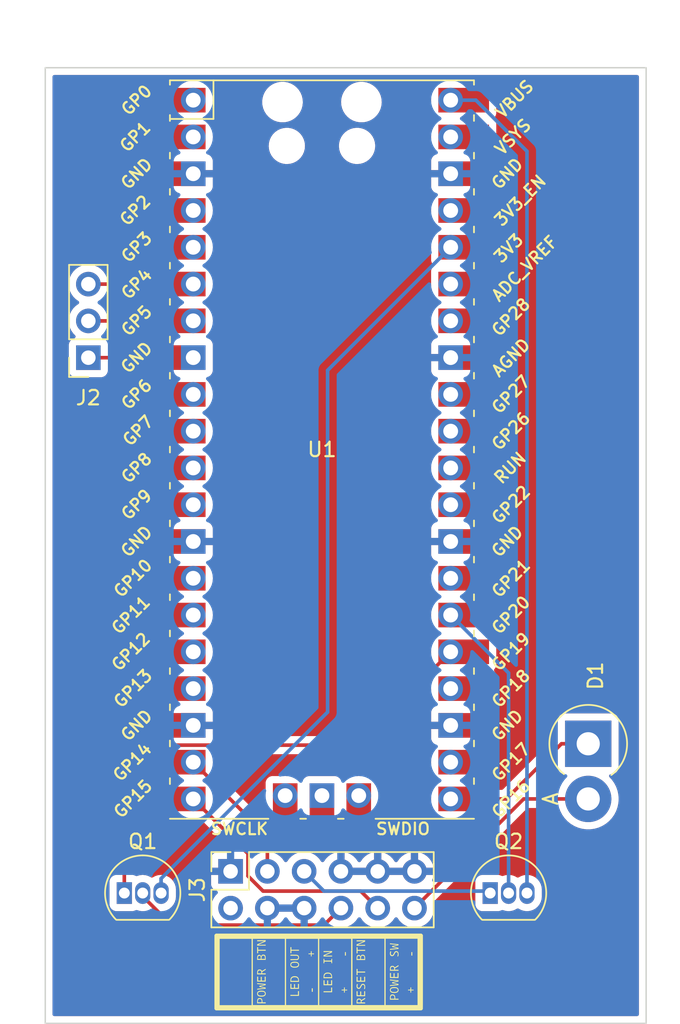
<source format=kicad_pcb>
(kicad_pcb (version 20221018) (generator pcbnew)
  (layers (0 "F.Cu" signal) (31 "B.Cu" signal) (34 "B.Paste" user) (35 "F.Paste" user) (36 "B.SilkS" user "B.Silkscreen") (37 "F.SilkS" user "F.Silkscreen") (38 "B.Mask" user) (39 "F.Mask" user) (44 "Edge.Cuts" user))
  (net 0 "")
  (net 1 "Net-(D1-K)")
  (net 2 "Net-(D1-A)")
  (net 3 "Net-(U1-GPIO15)")
  (net 4 "GND")
  (net 5 "Net-(U1-GPIO14)")
  (net 7 "Net-(J3-LED_OUT_+)")
  (net 8 "Net-(J3-LED_IN_+)")
  (net 9 "Net-(J2-TX)")
  (net 10 "Net-(J2-RX)")
  (net 11 "Net-(J2-GND)")
  (net 12 "Net-(Q1-C)")
  (net 13 "+3V3")
  (net 14 "Net-(Q2-B)")
  (net 15 "+5V")
  (footprint "Connector_PinSocket_2.54mm:PinSocket_2x06_P2.54mm_Vertical" (layer "F.Cu") (at 137.3 114 90)
    (fp_text reference "J3" (at -1.27 -2.3 90) (layer "F.SilkS"))
    (fp_text value "Button_LED_InOut_Connector" hide)
    (pad "1" thru_hole rect (at 0 0 90) (size 1.7 1.7) (drill 1) (layers "*.Cu" "*.Mask") (net 4 "GND"))
    (pad "2" thru_hole oval (at -2.54 0 90) (size 1.7 1.7) (drill 1) (layers "*.Cu" "*.Mask"))
    (pad "3" thru_hole oval (at 0 2.54 90) (size 1.7 1.7) (drill 1) (layers "*.Cu" "*.Mask") (net 5 "Net-(U1-GPIO14)"))
    (pad "4" thru_hole oval (at -2.54 2.54 90) (size 1.7 1.7) (drill 1) (layers "*.Cu" "*.Mask") (net 4 "GND"))
    (pad "5" thru_hole oval (at 0 5.08 90) (size 1.7 1.7) (drill 1) (layers "*.Cu" "*.Mask") (net 7 "Net-(J3-LED_OUT_+)"))
    (pad "6" thru_hole oval (at -2.54 5.08 90) (size 1.7 1.7) (drill 1) (layers "*.Cu" "*.Mask") (net 4 "GND"))
    (pad "7" thru_hole oval (at 0 7.62 90) (size 1.7 1.7) (drill 1) (layers "*.Cu" "*.Mask") (net 4 "GND"))
    (pad "8" thru_hole oval (at -2.54 7.62 90) (size 1.7 1.7) (drill 1) (layers "*.Cu" "*.Mask") (net 8 "Net-(J3-LED_IN_+)"))
    (pad "9" thru_hole oval (at 0 10.16 90) (size 1.7 1.7) (drill 1) (layers "*.Cu" "*.Mask") (net 4 "GND"))
    (pad "10" thru_hole oval (at -2.54 10.16 90) (size 1.7 1.7) (drill 1) (layers "*.Cu" "*.Mask") (net 3 "Net-(U1-GPIO15)"))
    (pad "11" thru_hole oval (at 0 12.7 90) (size 1.7 1.7) (drill 1) (layers "*.Cu" "*.Mask") (net 4 "GND"))
    (pad "12" thru_hole oval (at -2.54 12.7 90) (size 1.7 1.7) (drill 1) (layers "*.Cu" "*.Mask") (net 2 "Net-(D1-A)"))
  )
  (footprint "MCU_RaspberryPi_and_Boards:RPi_Pico_SMD_TH" (layer "F.Cu") (at 143.61 84.87)
    (fp_text reference "U1" (at 0 0) (layer "F.SilkS"))
    (fp_text value "Pico")
    (fp_text user "GP2" (at -12.9 -16.51 45) (layer "F.SilkS") (effects (font (size 0.8 0.8))))
    (fp_text user "GP5" (at -12.8 -8.89 45) (layer "F.SilkS") (effects (font (size 0.8 0.8))))
    (fp_text user "GND" (at -12.8 -6.35 45) (layer "F.SilkS") (effects (font (size 0.8 0.8))))
    (fp_text user "VSYS" (at 13.2 -21.59 45) (layer "F.SilkS") (effects (font (size 0.8 0.8))))
    (fp_text user "GP4" (at -12.8 -11.43 45) (layer "F.SilkS") (effects (font (size 0.8 0.8))))
    (fp_text user "GP28" (at 13.054 -9.144 45) (layer "F.SilkS") (effects (font (size 0.8 0.8))))
    (fp_text user "GP13" (at -13.054 16.51 45) (layer "F.SilkS") (effects (font (size 0.8 0.8))))
    (fp_text user "GP0" (at -12.8 -24.13 45) (layer "F.SilkS") (effects (font (size 0.8 0.8))))
    (fp_text user "GP17" (at 13.054 21.59 45) (layer "F.SilkS") (effects (font (size 0.8 0.8))))
    (fp_text user "GND" (at -12.8 -19.05 45) (layer "F.SilkS") (effects (font (size 0.8 0.8))))
    (fp_text user "SWCLK" (at -5.7 26.2) (layer "F.SilkS") (effects (font (size 0.8 0.8))))
    (fp_text user "GP21" (at 13.054 8.9 45) (layer "F.SilkS") (effects (font (size 0.8 0.8))))
    (fp_text user "GND" (at 12.8 6.35 45) (layer "F.SilkS") (effects (font (size 0.8 0.8))))
    (fp_text user "GP27" (at 13.054 -3.8 45) (layer "F.SilkS") (effects (font (size 0.8 0.8))))
    (fp_text user "GP19" (at 13.054 13.97 45) (layer "F.SilkS") (effects (font (size 0.8 0.8))))
    (fp_text user "GP26" (at 13.054 -1.27 45) (layer "F.SilkS") (effects (font (size 0.8 0.8))))
    (fp_text user "GP3" (at -12.8 -13.97 45) (layer "F.SilkS") (effects (font (size 0.8 0.8))))
    (fp_text user "3V3" (at 12.9 -13.9 45) (layer "F.SilkS") (effects (font (size 0.8 0.8))))
    (fp_text user "GP7" (at -12.7 -1.3 45) (layer "F.SilkS") (effects (font (size 0.8 0.8))))
    (fp_text user "GP9" (at -12.8 3.81 45) (layer "F.SilkS") (effects (font (size 0.8 0.8))))
    (fp_text user "SWDIO" (at 5.6 26.2) (layer "F.SilkS") (effects (font (size 0.8 0.8))))
    (fp_text user "GP16" (at 13.054 24.13 45) (layer "F.SilkS") (effects (font (size 0.8 0.8))))
    (fp_text user "GND" (at 12.8 19.05 45) (layer "F.SilkS") (effects (font (size 0.8 0.8))))
    (fp_text user "GP22" (at 13.054 3.81 45) (layer "F.SilkS") (effects (font (size 0.8 0.8))))
    (fp_text user "AGND" (at 13.054 -6.35 45) (layer "F.SilkS") (effects (font (size 0.8 0.8))))
    (fp_text user "GND" (at 12.8 -19.05 45) (layer "F.SilkS") (effects (font (size 0.8 0.8))))
    (fp_text user "GP1" (at -12.9 -21.6 45) (layer "F.SilkS") (effects (font (size 0.8 0.8))))
    (fp_text user "RUN" (at 13 1.27 45) (layer "F.SilkS") (effects (font (size 0.8 0.8))))
    (fp_text user "GP14" (at -13.1 21.59 45) (layer "F.SilkS") (effects (font (size 0.8 0.8))))
    (fp_text user "GND" (at -12.8 6.35 45) (layer "F.SilkS") (effects (font (size 0.8 0.8))))
    (fp_text user "GP8" (at -12.8 1.27 45) (layer "F.SilkS") (effects (font (size 0.8 0.8))))
    (fp_text user "GP10" (at -13.054 8.89 45) (layer "F.SilkS") (effects (font (size 0.8 0.8))))
    (fp_text user "3V3_EN" (at 13.7 -17.2 45) (layer "F.SilkS") (effects (font (size 0.8 0.8))))
    (fp_text user "GP6" (at -12.8 -3.81 45) (layer "F.SilkS") (effects (font (size 0.8 0.8))))
    (fp_text user "VBUS" (at 13.3 -24.2 45) (layer "F.SilkS") (effects (font (size 0.8 0.8))))
    (fp_text user "ADC_VREF" (at 14 -12.5 45) (layer "F.SilkS") (effects (font (size 0.8 0.8))))
    (fp_text user "GP20" (at 13.054 11.43 45) (layer "F.SilkS") (effects (font (size 0.8 0.8))))
    (fp_text user "GP15" (at -13.054 24.13 45) (layer "F.SilkS") (effects (font (size 0.8 0.8))))
    (fp_text user "GP18" (at 13.054 16.51 45) (layer "F.SilkS") (effects (font (size 0.8 0.8))))
    (fp_text user "GP12" (at -13.2 13.97 45) (layer "F.SilkS") (effects (font (size 0.8 0.8))))
    (fp_text user "GND" (at -12.8 19.05 45) (layer "F.SilkS") (effects (font (size 0.8 0.8))))
    (fp_text user "GP11" (at -13.2 11.43 45) (layer "F.SilkS") (effects (font (size 0.8 0.8))))
    (pad "" np_thru_hole oval (at -2.725 -24) (size 1.8 1.8) (drill 1.8) (layers "*.Cu" "*.Mask"))
    (pad "" np_thru_hole oval (at -2.425 -20.97) (size 1.5 1.5) (drill 1.5) (layers "*.Cu" "*.Mask"))
    (pad "" np_thru_hole oval (at 2.425 -20.97) (size 1.5 1.5) (drill 1.5) (layers "*.Cu" "*.Mask"))
    (pad "" np_thru_hole oval (at 2.725 -24) (size 1.8 1.8) (drill 1.8) (layers "*.Cu" "*.Mask"))
    (pad "1" thru_hole oval (at -8.89 -24.13) (size 1.7 1.7) (drill 1.02) (layers "*.Cu" "*.Mask"))
    (pad "1" smd rect (at -8.89 -24.13) (size 3.5 1.7) (drill (offset -0.9 0)) (layers "F.Cu" "F.Mask"))
    (pad "2" thru_hole oval (at -8.89 -21.59) (size 1.7 1.7) (drill 1.02) (layers "*.Cu" "*.Mask"))
    (pad "2" smd rect (at -8.89 -21.59) (size 3.5 1.7) (drill (offset -0.9 0)) (layers "F.Cu" "F.Mask"))
    (pad "3" thru_hole rect (at -8.89 -19.05) (size 1.7 1.7) (drill 1.02) (layers "*.Cu" "*.Mask") (net 4 "GND"))
    (pad "3" smd rect (at -8.89 -19.05) (size 3.5 1.7) (drill (offset -0.9 0)) (layers "F.Cu" "F.Mask") (net 4 "GND"))
    (pad "4" thru_hole oval (at -8.89 -16.51) (size 1.7 1.7) (drill 1.02) (layers "*.Cu" "*.Mask"))
    (pad "4" smd rect (at -8.89 -16.51) (size 3.5 1.7) (drill (offset -0.9 0)) (layers "F.Cu" "F.Mask"))
    (pad "5" thru_hole oval (at -8.89 -13.97) (size 1.7 1.7) (drill 1.02) (layers "*.Cu" "*.Mask"))
    (pad "5" smd rect (at -8.89 -13.97) (size 3.5 1.7) (drill (offset -0.9 0)) (layers "F.Cu" "F.Mask"))
    (pad "6" thru_hole oval (at -8.89 -11.43) (size 1.7 1.7) (drill 1.02) (layers "*.Cu" "*.Mask") (net 9 "Net-(J2-TX)"))
    (pad "6" smd rect (at -8.89 -11.43) (size 3.5 1.7) (drill (offset -0.9 0)) (layers "F.Cu" "F.Mask") (net 9 "Net-(J2-TX)"))
    (pad "7" thru_hole oval (at -8.89 -8.89) (size 1.7 1.7) (drill 1.02) (layers "*.Cu" "*.Mask") (net 10 "Net-(J2-RX)"))
    (pad "7" smd rect (at -8.89 -8.89) (size 3.5 1.7) (drill (offset -0.9 0)) (layers "F.Cu" "F.Mask") (net 10 "Net-(J2-RX)"))
    (pad "8" thru_hole rect (at -8.89 -6.35) (size 1.7 1.7) (drill 1.02) (layers "*.Cu" "*.Mask") (net 11 "Net-(J2-GND)"))
    (pad "8" smd rect (at -8.89 -6.35) (size 3.5 1.7) (drill (offset -0.9 0)) (layers "F.Cu" "F.Mask") (net 11 "Net-(J2-GND)"))
    (pad "9" thru_hole oval (at -8.89 -3.81) (size 1.7 1.7) (drill 1.02) (layers "*.Cu" "*.Mask"))
    (pad "9" smd rect (at -8.89 -3.81) (size 3.5 1.7) (drill (offset -0.9 0)) (layers "F.Cu" "F.Mask"))
    (pad "10" thru_hole oval (at -8.89 -1.27) (size 1.7 1.7) (drill 1.02) (layers "*.Cu" "*.Mask"))
    (pad "10" smd rect (at -8.89 -1.27) (size 3.5 1.7) (drill (offset -0.9 0)) (layers "F.Cu" "F.Mask"))
    (pad "11" thru_hole oval (at -8.89 1.27) (size 1.7 1.7) (drill 1.02) (layers "*.Cu" "*.Mask"))
    (pad "11" smd rect (at -8.89 1.27) (size 3.5 1.7) (drill (offset -0.9 0)) (layers "F.Cu" "F.Mask"))
    (pad "12" thru_hole oval (at -8.89 3.81) (size 1.7 1.7) (drill 1.02) (layers "*.Cu" "*.Mask"))
    (pad "12" smd rect (at -8.89 3.81) (size 3.5 1.7) (drill (offset -0.9 0)) (layers "F.Cu" "F.Mask"))
    (pad "13" thru_hole rect (at -8.89 6.35) (size 1.7 1.7) (drill 1.02) (layers "*.Cu" "*.Mask") (net 4 "GND"))
    (pad "13" smd rect (at -8.89 6.35) (size 3.5 1.7) (drill (offset -0.9 0)) (layers "F.Cu" "F.Mask") (net 4 "GND"))
    (pad "14" thru_hole oval (at -8.89 8.89) (size 1.7 1.7) (drill 1.02) (layers "*.Cu" "*.Mask"))
    (pad "14" smd rect (at -8.89 8.89) (size 3.5 1.7) (drill (offset -0.9 0)) (layers "F.Cu" "F.Mask"))
    (pad "15" thru_hole oval (at -8.89 11.43) (size 1.7 1.7) (drill 1.02) (layers "*.Cu" "*.Mask"))
    (pad "15" smd rect (at -8.89 11.43) (size 3.5 1.7) (drill (offset -0.9 0)) (layers "F.Cu" "F.Mask"))
    (pad "16" thru_hole oval (at -8.89 13.97) (size 1.7 1.7) (drill 1.02) (layers "*.Cu" "*.Mask"))
    (pad "16" smd rect (at -8.89 13.97) (size 3.5 1.7) (drill (offset -0.9 0)) (layers "F.Cu" "F.Mask"))
    (pad "17" thru_hole oval (at -8.89 16.51) (size 1.7 1.7) (drill 1.02) (layers "*.Cu" "*.Mask"))
    (pad "17" smd rect (at -8.89 16.51) (size 3.5 1.7) (drill (offset -0.9 0)) (layers "F.Cu" "F.Mask"))
    (pad "18" thru_hole rect (at -8.89 19.05) (size 1.7 1.7) (drill 1.02) (layers "*.Cu" "*.Mask") (net 4 "GND"))
    (pad "18" smd rect (at -8.89 19.05) (size 3.5 1.7) (drill (offset -0.9 0)) (layers "F.Cu" "F.Mask") (net 4 "GND"))
    (pad "19" thru_hole oval (at -8.89 21.59) (size 1.7 1.7) (drill 1.02) (layers "*.Cu" "*.Mask") (net 5 "Net-(U1-GPIO14)"))
    (pad "19" smd rect (at -8.89 21.59) (size 3.5 1.7) (drill (offset -0.9 0)) (layers "F.Cu" "F.Mask") (net 5 "Net-(U1-GPIO14)"))
    (pad "20" thru_hole oval (at -8.89 24.13) (size 1.7 1.7) (drill 1.02) (layers "*.Cu" "*.Mask") (net 3 "Net-(U1-GPIO15)"))
    (pad "20" smd rect (at -8.89 24.13) (size 3.5 1.7) (drill (offset -0.9 0)) (layers "F.Cu" "F.Mask") (net 3 "Net-(U1-GPIO15)"))
    (pad "21" thru_hole oval (at 8.89 24.13) (size 1.7 1.7) (drill 1.02) (layers "*.Cu" "*.Mask") (net 1 "Net-(D1-K)"))
    (pad "21" smd rect (at 8.89 24.13) (size 3.5 1.7) (drill (offset 0.9 0)) (layers "F.Cu" "F.Mask") (net 1 "Net-(D1-K)"))
    (pad "22" thru_hole oval (at 8.89 21.59) (size 1.7 1.7) (drill 1.02) (layers "*.Cu" "*.Mask"))
    (pad "22" smd rect (at 8.89 21.59) (size 3.5 1.7) (drill (offset 0.9 0)) (layers "F.Cu" "F.Mask"))
    (pad "23" thru_hole rect (at 8.89 19.05) (size 1.7 1.7) (drill 1.02) (layers "*.Cu" "*.Mask") (net 4 "GND"))
    (pad "23" smd rect (at 8.89 19.05) (size 3.5 1.7) (drill (offset 0.9 0)) (layers "F.Cu" "F.Mask") (net 4 "GND"))
    (pad "24" thru_hole oval (at 8.89 16.51) (size 1.7 1.7) (drill 1.02) (layers "*.Cu" "*.Mask"))
    (pad "24" smd rect (at 8.89 16.51) (size 3.5 1.7) (drill (offset 0.9 0)) (layers "F.Cu" "F.Mask"))
    (pad "25" thru_hole oval (at 8.89 13.97) (size 1.7 1.7) (drill 1.02) (layers "*.Cu" "*.Mask") (net 12 "Net-(Q1-C)"))
    (pad "25" smd rect (at 8.89 13.97) (size 3.5 1.7) (drill (offset 0.9 0)) (layers "F.Cu" "F.Mask") (net 12 "Net-(Q1-C)"))
    (pad "26" thru_hole oval (at 8.89 11.43) (size 1.7 1.7) (drill 1.02) (layers "*.Cu" "*.Mask") (net 14 "Net-(Q2-B)"))
    (pad "26" smd rect (at 8.89 11.43) (size 3.5 1.7) (drill (offset 0.9 0)) (layers "F.Cu" "F.Mask") (net 14 "Net-(Q2-B)"))
    (pad "27" thru_hole oval (at 8.89 8.89) (size 1.7 1.7) (drill 1.02) (layers "*.Cu" "*.Mask"))
    (pad "27" smd rect (at 8.89 8.89) (size 3.5 1.7) (drill (offset 0.9 0)) (layers "F.Cu" "F.Mask"))
    (pad "28" thru_hole rect (at 8.89 6.35) (size 1.7 1.7) (drill 1.02) (layers "*.Cu" "*.Mask") (net 4 "GND"))
    (pad "28" smd rect (at 8.89 6.35) (size 3.5 1.7) (drill (offset 0.9 0)) (layers "F.Cu" "F.Mask") (net 4 "GND"))
    (pad "29" thru_hole oval (at 8.89 3.81) (size 1.7 1.7) (drill 1.02) (layers "*.Cu" "*.Mask"))
    (pad "29" smd rect (at 8.89 3.81) (size 3.5 1.7) (drill (offset 0.9 0)) (layers "F.Cu" "F.Mask"))
    (pad "30" thru_hole oval (at 8.89 1.27) (size 1.7 1.7) (drill 1.02) (layers "*.Cu" "*.Mask"))
    (pad "30" smd rect (at 8.89 1.27) (size 3.5 1.7) (drill (offset 0.9 0)) (layers "F.Cu" "F.Mask"))
    (pad "31" thru_hole oval (at 8.89 -1.27) (size 1.7 1.7) (drill 1.02) (layers "*.Cu" "*.Mask"))
    (pad "31" smd rect (at 8.89 -1.27) (size 3.5 1.7) (drill (offset 0.9 0)) (layers "F.Cu" "F.Mask"))
    (pad "32" thru_hole oval (at 8.89 -3.81) (size 1.7 1.7) (drill 1.02) (layers "*.Cu" "*.Mask"))
    (pad "32" smd rect (at 8.89 -3.81) (size 3.5 1.7) (drill (offset 0.9 0)) (layers "F.Cu" "F.Mask"))
    (pad "33" thru_hole rect (at 8.89 -6.35) (size 1.7 1.7) (drill 1.02) (layers "*.Cu" "*.Mask") (net 4 "GND"))
    (pad "33" smd rect (at 8.89 -6.35) (size 3.5 1.7) (drill (offset 0.9 0)) (layers "F.Cu" "F.Mask") (net 4 "GND"))
    (pad "34" thru_hole oval (at 8.89 -8.89) (size 1.7 1.7) (drill 1.02) (layers "*.Cu" "*.Mask"))
    (pad "34" smd rect (at 8.89 -8.89) (size 3.5 1.7) (drill (offset 0.9 0)) (layers "F.Cu" "F.Mask"))
    (pad "35" thru_hole oval (at 8.89 -11.43) (size 1.7 1.7) (drill 1.02) (layers "*.Cu" "*.Mask"))
    (pad "35" smd rect (at 8.89 -11.43) (size 3.5 1.7) (drill (offset 0.9 0)) (layers "F.Cu" "F.Mask"))
    (pad "36" thru_hole oval (at 8.89 -13.97) (size 1.7 1.7) (drill 1.02) (layers "*.Cu" "*.Mask") (net 13 "+3V3"))
    (pad "36" smd rect (at 8.89 -13.97) (size 3.5 1.7) (drill (offset 0.9 0)) (layers "F.Cu" "F.Mask") (net 13 "+3V3"))
    (pad "37" thru_hole oval (at 8.89 -16.51) (size 1.7 1.7) (drill 1.02) (layers "*.Cu" "*.Mask"))
    (pad "37" smd rect (at 8.89 -16.51) (size 3.5 1.7) (drill (offset 0.9 0)) (layers "F.Cu" "F.Mask"))
    (pad "38" thru_hole rect (at 8.89 -19.05) (size 1.7 1.7) (drill 1.02) (layers "*.Cu" "*.Mask") (net 4 "GND"))
    (pad "38" smd rect (at 8.89 -19.05) (size 3.5 1.7) (drill (offset 0.9 0)) (layers "F.Cu" "F.Mask") (net 4 "GND"))
    (pad "39" thru_hole oval (at 8.89 -21.59) (size 1.7 1.7) (drill 1.02) (layers "*.Cu" "*.Mask"))
    (pad "39" smd rect (at 8.89 -21.59) (size 3.5 1.7) (drill (offset 0.9 0)) (layers "F.Cu" "F.Mask"))
    (pad "40" thru_hole oval (at 8.89 -24.13) (size 1.7 1.7) (drill 1.02) (layers "*.Cu" "*.Mask") (net 15 "+5V"))
    (pad "40" smd rect (at 8.89 -24.13) (size 3.5 1.7) (drill (offset 0.9 0)) (layers "F.Cu" "F.Mask") (net 15 "+5V"))
    (pad "41" thru_hole oval (at -2.54 23.9) (size 1.7 1.7) (drill 1.02) (layers "*.Cu" "*.Mask"))
    (pad "41" smd rect (at -2.54 23.9 90) (size 3.5 1.7) (drill (offset -0.9 0)) (layers "F.Cu" "F.Mask"))
    (pad "42" thru_hole rect (at 0 23.9) (size 1.7 1.7) (drill 1.02) (layers "*.Cu" "*.Mask"))
    (pad "42" smd rect (at 0 23.9 90) (size 3.5 1.7) (drill (offset -0.9 0)) (layers "F.Cu" "F.Mask"))
    (pad "43" thru_hole oval (at 2.54 23.9) (size 1.7 1.7) (drill 1.02) (layers "*.Cu" "*.Mask"))
    (pad "43" smd rect (at 2.54 23.9 90) (size 3.5 1.7) (drill (offset -0.9 0)) (layers "F.Cu" "F.Mask"))
  )
  (footprint "Package_TO_SOT_THT:TO-92_Inline" (layer "F.Cu") (at 155.23 115.5)
    (fp_text reference "Q2" (at 1.27 -3.56) (layer "F.SilkS"))
    (fp_text value "NPN")
    (pad "1" thru_hole rect (at 0 0) (size 1.05 1.5) (drill 0.75) (layers "*.Cu" "*.Mask") (net 7 "Net-(J3-LED_OUT_+)"))
    (pad "2" thru_hole oval (at 1.27 0) (size 1.05 1.5) (drill 0.75) (layers "*.Cu" "*.Mask") (net 14 "Net-(Q2-B)"))
    (pad "3" thru_hole oval (at 2.54 0) (size 1.05 1.5) (drill 0.75) (layers "*.Cu" "*.Mask") (net 15 "+5V"))
  )
  (footprint "Connector_PinSocket_2.54mm:PinSocket_1x03_P2.54mm_Vertical" (layer "F.Cu") (at 127.475 78.525 180)
    (fp_text reference "J2" (at 0 -2.77) (layer "F.SilkS"))
    (fp_text value "UART_Connector")
    (pad "1" thru_hole rect (at 0 0 180) (size 1.7 1.7) (drill 1) (layers "*.Cu" "*.Mask") (net 11 "Net-(J2-GND)"))
    (pad "2" thru_hole oval (at 0 2.54 180) (size 1.7 1.7) (drill 1) (layers "*.Cu" "*.Mask") (net 10 "Net-(J2-RX)"))
    (pad "3" thru_hole oval (at 0 5.08 180) (size 1.7 1.7) (drill 1) (layers "*.Cu" "*.Mask") (net 9 "Net-(J2-TX)"))
  )
  (footprint "Package_TO_SOT_THT:TO-92_Inline" (layer "F.Cu") (at 129.96 115.5)
    (fp_text reference "Q1" (at 1.27 -3.56) (layer "F.SilkS"))
    (fp_text value "NPN")
    (pad "1" thru_hole rect (at 0 0) (size 1.05 1.5) (drill 0.75) (layers "*.Cu" "*.Mask") (net 12 "Net-(Q1-C)"))
    (pad "2" thru_hole oval (at 1.27 0) (size 1.05 1.5) (drill 0.75) (layers "*.Cu" "*.Mask") (net 8 "Net-(J3-LED_IN_+)"))
    (pad "3" thru_hole oval (at 2.54 0) (size 1.05 1.5) (drill 0.75) (layers "*.Cu" "*.Mask") (net 13 "+3V3"))
  )
  (footprint "Diode_THT:D_DO-201AD_P3.81mm_Vertical_AnodeUp" (layer "F.Cu") (at 162 105.19 -90)
    (fp_text reference "D1" (at -4.69 -0.5 90) (layer "F.SilkS"))
    (fp_text value "1N5400")
    (fp_text user "A" (at 3.81 2.6 90) (layer "F.SilkS"))
    (pad "1" thru_hole rect (at 0 0 270) (size 3.2 3.2) (drill 1.6) (layers "*.Cu" "*.Mask") (net 1 "Net-(D1-K)"))
    (pad "2" thru_hole oval (at 3.81 0 270) (size 3.2 3.2) (drill 1.6) (layers "*.Cu" "*.Mask") (net 2 "Net-(D1-A)"))
  )
  (footprint "LOGO" (layer "F.Cu") (at 143.5 121 90)
    (fp_text reference "G***" hide)
    (fp_text value "LOGO" hide)
  )
  (gr_rect (start 124.5 58.5) (end 166 124.5) (stroke (width 0.1)) (fill none) (layer "Edge.Cuts"))
  (segment (start 160.15 105.19) (end 156.34 109) (width 0.25) (layer "F.Cu") (net 1))
  (segment (start 162 105.19) (end 160.15 105.19) (width 0.25) (layer "F.Cu") (net 1))
  (segment (start 156.34 109) (end 152.5 109) (width 0.25) (layer "F.Cu") (net 1))
  (segment (start 150 116.54) (end 157.54 109) (width 0.25) (layer "F.Cu") (net 2))
  (segment (start 157.54 109) (end 162 109) (width 0.25) (layer "F.Cu") (net 2))
  (segment (start 139.543299 115.365) (end 138.5 114.321701) (width 0.25) (layer "F.Cu") (net 3))
  (segment (start 147.46 116.54) (end 146.285 115.365) (width 0.25) (layer "F.Cu") (net 3))
  (segment (start 138.5 112.78) (end 134.72 109) (width 0.25) (layer "F.Cu") (net 3))
  (segment (start 146.285 115.365) (end 139.543299 115.365) (width 0.25) (layer "F.Cu") (net 3))
  (segment (start 138.5 114.321701) (end 138.5 112.78) (width 0.25) (layer "F.Cu") (net 3))
  (segment (start 139.84 111.58) (end 139.84 114) (width 0.25) (layer "F.Cu") (net 5))
  (segment (start 134.72 106.46) (end 139.84 111.58) (width 0.25) (layer "F.Cu") (net 5))
  (segment (start 155.23 115.5) (end 155.095 115.365) (width 0.25) (layer "B.Cu") (net 7))
  (segment (start 155.095 115.365) (end 143.745 115.365) (width 0.25) (layer "B.Cu") (net 7))
  (segment (start 143.745 115.365) (end 142.38 114) (width 0.25) (layer "B.Cu") (net 7))
  (segment (start 133.22 117.715) (end 143.745 117.715) (width 0.25) (layer "F.Cu") (net 8))
  (segment (start 143.745 117.715) (end 144.92 116.54) (width 0.25) (layer "F.Cu") (net 8))
  (segment (start 131.23 115.725) (end 133.22 117.715) (width 0.25) (layer "F.Cu") (net 8))
  (segment (start 131.23 115.5) (end 131.23 115.725) (width 0.25) (layer "F.Cu") (net 8))
  (segment (start 134.715 73.445) (end 134.72 73.44) (width 0.25) (layer "F.Cu") (net 9))
  (segment (start 127.475 73.445) (end 134.715 73.445) (width 0.25) (layer "F.Cu") (net 9))
  (segment (start 134.715 75.985) (end 127.475 75.985) (width 0.25) (layer "F.Cu") (net 10))
  (segment (start 134.72 75.98) (end 134.715 75.985) (width 0.25) (layer "F.Cu") (net 10))
  (segment (start 134.72 78.52) (end 134.715 78.525) (width 0.25) (layer "F.Cu") (net 11))
  (segment (start 134.715 78.525) (end 127.475 78.525) (width 0.25) (layer "F.Cu") (net 11))
  (segment (start 129.96 107.07) (end 131.745 105.285) (width 0.25) (layer "F.Cu") (net 12))
  (segment (start 131.745 105.285) (end 146.055 105.285) (width 0.25) (layer "F.Cu") (net 12))
  (segment (start 129.96 115.5) (end 129.96 107.07) (width 0.25) (layer "F.Cu") (net 12))
  (segment (start 146.055 105.285) (end 152.5 98.84) (width 0.25) (layer "F.Cu") (net 12))
  (segment (start 144 103) (end 144 79.4) (width 0.25) (layer "B.Cu") (net 13))
  (segment (start 144 79.4) (end 152.5 70.9) (width 0.25) (layer "B.Cu") (net 13))
  (segment (start 132.5 114.5) (end 144 103) (width 0.25) (layer "B.Cu") (net 13))
  (segment (start 132.5 115.5) (end 132.5 114.5) (width 0.25) (layer "B.Cu") (net 13))
  (segment (start 156.5 115.5) (end 156.5 100.3) (width 0.25) (layer "B.Cu") (net 14))
  (segment (start 156.5 100.3) (end 152.5 96.3) (width 0.25) (layer "B.Cu") (net 14))
  (segment (start 157.77 64.27) (end 154.24 60.74) (width 0.25) (layer "B.Cu") (net 15))
  (segment (start 157.77 115.5) (end 157.77 64.27) (width 0.25) (layer "B.Cu") (net 15))
  (segment (start 154.24 60.74) (end 152.5 60.74) (width 0.25) (layer "B.Cu") (net 15))
  (zone (net 4) (net_name "GND") (layer "F.Cu") (connect_pads (clearance 0.5)) (min_thickness 0.25) (fill yes (thermal_gap 0.5) (thermal_bridge_width 0.5))
    (polygon (pts (xy 165.5 59) (xy 165.5 124) (xy 125 124) (xy 125 59)))
  )
  (zone (net 4) (net_name "GND") (layer "B.Cu") (priority 1) (connect_pads (clearance 0.5)) (min_thickness 0.25) (fill yes (thermal_gap 0.5) (thermal_bridge_width 0.5))
    (polygon (pts (xy 165.5 59) (xy 165.5 124) (xy 125 124) (xy 125 59)))
  )
)
</source>
